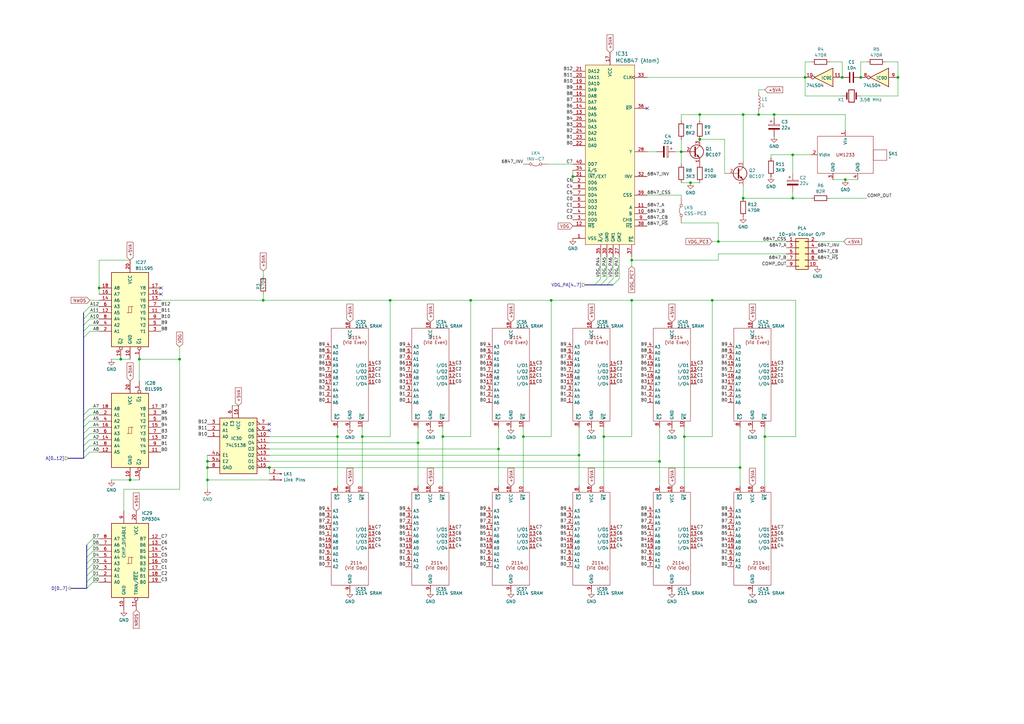
<source format=kicad_sch>
(kicad_sch (version 20231120) (generator "eeschema") (generator_version "8.0")
  (paper "A3")
  (junction (at 247.65 179.07))
  (junction (at 107.95 123.19))
  (junction (at 57.15 147.32))
  (junction (at 226.06 123.19))
  (junction (at 270.51 189.23))
  (junction (at 304.8 81.28))
  (junction (at 345.44 31.75))
  (junction (at 280.67 179.07))
  (junction (at 234.95 72.39))
  (junction (at 259.08 106.68))
  (junction (at 287.02 57.15))
  (junction (at 304.8 46.99))
  (junction (at 171.45 181.61))
  (junction (at 110.49 191.77))
  (junction (at 237.49 186.69))
  (junction (at 73.66 147.32))
  (junction (at 160.02 123.19))
  (junction (at 330.2 31.75))
  (junction (at 214.63 179.07))
  (junction (at 138.43 179.07))
  (junction (at 193.04 123.19))
  (junction (at 353.06 31.75))
  (junction (at 204.47 184.15))
  (junction (at 279.4 62.23))
  (junction (at 317.5 46.99))
  (junction (at 40.64 118.11))
  (junction (at 53.34 196.85))
  (junction (at 283.21 74.93))
  (junction (at 311.15 46.99))
  (junction (at 294.64 99.06))
  (junction (at 259.08 123.19))
  (junction (at 85.09 196.85))
  (junction (at 325.12 81.28))
  (junction (at 287.02 46.99))
  (junction (at 292.1 123.19))
  (junction (at 325.12 63.5))
  (junction (at 181.61 179.07))
  (junction (at 303.53 191.77))
  (junction (at 368.3 31.75))
  (junction (at 148.59 179.07))
  (junction (at 85.09 189.23))
  (junction (at 85.09 191.77))
  (junction (at 49.53 147.32))
  (junction (at 346.71 73.66))
  (junction (at 313.69 179.07))
  (no_connect (at 110.49 173.99))
  (no_connect (at 110.49 176.53))
  (no_connect (at 66.04 120.65))
  (no_connect (at 66.04 118.11))
  (no_connect (at 265.43 44.45))
  (bus_entry (at 34.29 130.81) (size 2.54 -2.54))
  (bus_entry (at 34.29 128.27) (size 2.54 -2.54))
  (bus_entry (at 34.29 172.72) (size 2.54 -2.54))
  (bus_entry (at 34.29 185.42) (size 2.54 -2.54))
  (bus_entry (at 34.29 187.96) (size 2.54 -2.54))
  (bus_entry (at 34.29 135.89) (size 2.54 -2.54))
  (bus_entry (at 35.56 228.6) (size 2.54 -2.54))
  (bus_entry (at 34.29 133.35) (size 2.54 -2.54))
  (bus_entry (at 248.92 116.84) (size 2.54 -2.54))
  (bus_entry (at 246.38 116.84) (size 2.54 -2.54))
  (bus_entry (at 34.29 170.18) (size 2.54 -2.54))
  (bus_entry (at 35.56 236.22) (size 2.54 -2.54))
  (bus_entry (at 34.29 175.26) (size 2.54 -2.54))
  (bus_entry (at 35.56 241.3) (size 2.54 -2.54))
  (bus_entry (at 35.56 238.76) (size 2.54 -2.54))
  (bus_entry (at 35.56 231.14) (size 2.54 -2.54))
  (bus_entry (at 34.29 180.34) (size 2.54 -2.54))
  (bus_entry (at 34.29 138.43) (size 2.54 -2.54))
  (bus_entry (at 243.84 116.84) (size 2.54 -2.54))
  (bus_entry (at 35.56 223.52) (size 2.54 -2.54))
  (bus_entry (at 35.56 233.68) (size 2.54 -2.54))
  (bus_entry (at 35.56 226.06) (size 2.54 -2.54))
  (bus_entry (at 251.46 116.84) (size 2.54 -2.54))
  (bus_entry (at 34.29 177.8) (size 2.54 -2.54))
  (bus_entry (at 34.29 182.88) (size 2.54 -2.54))
  (wire (pts (xy 110.49 184.15) (xy 204.47 184.15)))
  (wire (pts (xy 368.3 39.37) (xy 353.06 39.37)))
  (wire (pts (xy 36.83 128.27) (xy 40.64 128.27)))
  (wire (pts (xy 279.4 91.44) (xy 294.64 91.44)))
  (bus (pts (xy 34.29 130.81) (xy 34.29 133.35)))
  (wire (pts (xy 304.8 76.2) (xy 304.8 81.28)))
  (wire (pts (xy 368.3 31.75) (xy 368.3 39.37)))
  (wire (pts (xy 85.09 186.69) (xy 85.09 189.23)))
  (wire (pts (xy 270.51 189.23) (xy 270.51 199.39)))
  (wire (pts (xy 49.53 147.32) (xy 53.34 147.32)))
  (wire (pts (xy 36.83 170.18) (xy 40.64 170.18)))
  (wire (pts (xy 259.08 179.07) (xy 259.08 123.19)))
  (wire (pts (xy 110.49 179.07) (xy 138.43 179.07)))
  (wire (pts (xy 237.49 175.26) (xy 237.49 186.69)))
  (wire (pts (xy 160.02 123.19) (xy 160.02 179.07)))
  (wire (pts (xy 363.22 25.4) (xy 368.3 25.4)))
  (wire (pts (xy 313.69 175.26) (xy 313.69 179.07)))
  (wire (pts (xy 368.3 25.4) (xy 368.3 31.75)))
  (wire (pts (xy 247.65 175.26) (xy 247.65 179.07)))
  (wire (pts (xy 279.4 46.99) (xy 287.02 46.99)))
  (wire (pts (xy 345.44 25.4) (xy 345.44 31.75)))
  (wire (pts (xy 259.08 123.19) (xy 292.1 123.19)))
  (bus (pts (xy 34.29 182.88) (xy 34.29 185.42)))
  (wire (pts (xy 304.8 46.99) (xy 311.15 46.99)))
  (wire (pts (xy 287.02 46.99) (xy 287.02 49.53)))
  (bus (pts (xy 34.29 133.35) (xy 34.29 135.89)))
  (wire (pts (xy 313.69 179.07) (xy 313.69 199.39)))
  (wire (pts (xy 160.02 123.19) (xy 193.04 123.19)))
  (wire (pts (xy 341.63 73.66) (xy 346.71 73.66)))
  (wire (pts (xy 36.83 175.26) (xy 40.64 175.26)))
  (wire (pts (xy 279.4 80.01) (xy 265.43 80.01)))
  (wire (pts (xy 259.08 106.68) (xy 294.64 106.68)))
  (bus (pts (xy 29.21 241.3) (xy 35.56 241.3)))
  (wire (pts (xy 36.83 130.81) (xy 40.64 130.81)))
  (wire (pts (xy 311.15 45.72) (xy 311.15 46.99)))
  (wire (pts (xy 36.83 172.72) (xy 40.64 172.72)))
  (wire (pts (xy 36.83 133.35) (xy 40.64 133.35)))
  (wire (pts (xy 36.83 135.89) (xy 40.64 135.89)))
  (wire (pts (xy 280.67 175.26) (xy 280.67 179.07)))
  (wire (pts (xy 316.23 63.5) (xy 325.12 63.5)))
  (wire (pts (xy 325.12 81.28) (xy 332.74 81.28)))
  (wire (pts (xy 57.15 147.32) (xy 57.15 156.21)))
  (bus (pts (xy 34.29 175.26) (xy 34.29 177.8)))
  (wire (pts (xy 226.06 123.19) (xy 226.06 179.07)))
  (wire (pts (xy 259.08 105.41) (xy 259.08 106.68)))
  (wire (pts (xy 53.34 106.68) (xy 40.64 106.68)))
  (wire (pts (xy 38.1 228.6) (xy 40.64 228.6)))
  (wire (pts (xy 50.8 200.66) (xy 73.66 200.66)))
  (bus (pts (xy 34.29 180.34) (xy 34.29 182.88)))
  (wire (pts (xy 38.1 226.06) (xy 40.64 226.06)))
  (wire (pts (xy 38.1 220.98) (xy 40.64 220.98)))
  (wire (pts (xy 279.4 57.15) (xy 279.4 62.23)))
  (bus (pts (xy 34.29 185.42) (xy 34.29 187.96)))
  (wire (pts (xy 110.49 181.61) (xy 171.45 181.61)))
  (wire (pts (xy 234.95 69.85) (xy 234.95 72.39)))
  (wire (pts (xy 214.63 175.26) (xy 214.63 179.07)))
  (wire (pts (xy 346.075 99.06) (xy 335.28 99.06)))
  (wire (pts (xy 148.59 179.07) (xy 160.02 179.07)))
  (wire (pts (xy 36.83 125.73) (xy 40.64 125.73)))
  (bus (pts (xy 34.29 177.8) (xy 34.29 180.34)))
  (wire (pts (xy 36.83 185.42) (xy 40.64 185.42)))
  (wire (pts (xy 36.83 123.19) (xy 40.64 123.19)))
  (wire (pts (xy 107.95 123.19) (xy 160.02 123.19)))
  (wire (pts (xy 325.12 63.5) (xy 332.74 63.5)))
  (bus (pts (xy 243.84 116.84) (xy 246.38 116.84)))
  (wire (pts (xy 110.49 189.23) (xy 270.51 189.23)))
  (bus (pts (xy 246.38 116.84) (xy 248.92 116.84)))
  (wire (pts (xy 204.47 184.15) (xy 204.47 199.39)))
  (wire (pts (xy 193.04 179.07) (xy 181.61 179.07)))
  (wire (pts (xy 181.61 179.07) (xy 181.61 199.39)))
  (bus (pts (xy 35.56 233.68) (xy 35.56 236.22)))
  (wire (pts (xy 304.8 81.28) (xy 325.12 81.28)))
  (wire (pts (xy 325.12 63.5) (xy 325.12 71.12)))
  (wire (pts (xy 214.63 179.07) (xy 214.63 199.39)))
  (wire (pts (xy 138.43 175.26) (xy 138.43 179.07)))
  (bus (pts (xy 240.03 116.84) (xy 243.84 116.84)))
  (bus (pts (xy 34.29 138.43) (xy 34.29 170.18)))
  (wire (pts (xy 340.36 25.4) (xy 345.44 25.4)))
  (bus (pts (xy 35.56 231.14) (xy 35.56 233.68)))
  (bus (pts (xy 34.29 172.72) (xy 34.29 175.26)))
  (wire (pts (xy 95.25 166.37) (xy 97.79 166.37)))
  (wire (pts (xy 248.92 105.41) (xy 248.92 114.3)))
  (wire (pts (xy 226.06 179.07) (xy 214.63 179.07)))
  (wire (pts (xy 36.83 177.8) (xy 40.64 177.8)))
  (wire (pts (xy 36.83 167.64) (xy 40.64 167.64)))
  (bus (pts (xy 35.56 226.06) (xy 35.56 228.6)))
  (wire (pts (xy 110.49 191.77) (xy 110.49 194.31)))
  (wire (pts (xy 265.43 31.75) (xy 330.2 31.75)))
  (bus (pts (xy 27.94 187.96) (xy 34.29 187.96)))
  (wire (pts (xy 110.49 191.77) (xy 303.53 191.77)))
  (wire (pts (xy 279.4 49.53) (xy 279.4 46.99)))
  (wire (pts (xy 45.72 196.85) (xy 53.34 196.85)))
  (wire (pts (xy 66.04 123.19) (xy 107.95 123.19)))
  (wire (pts (xy 107.95 111.125) (xy 107.95 113.03)))
  (bus (pts (xy 34.29 128.27) (xy 34.29 130.81)))
  (wire (pts (xy 85.09 196.85) (xy 85.09 200.66)))
  (wire (pts (xy 38.1 236.22) (xy 40.64 236.22)))
  (wire (pts (xy 330.2 25.4) (xy 330.2 31.75)))
  (wire (pts (xy 254 105.41) (xy 254 114.3)))
  (bus (pts (xy 248.92 116.84) (xy 251.46 116.84)))
  (wire (pts (xy 326.39 179.07) (xy 313.69 179.07)))
  (wire (pts (xy 326.39 123.19) (xy 326.39 179.07)))
  (wire (pts (xy 234.95 72.39) (xy 234.95 74.93)))
  (bus (pts (xy 35.56 236.22) (xy 35.56 238.76)))
  (wire (pts (xy 193.04 123.19) (xy 226.06 123.19)))
  (bus (pts (xy 34.29 135.89) (xy 34.29 138.43)))
  (wire (pts (xy 355.6 25.4) (xy 353.06 25.4)))
  (wire (pts (xy 40.64 118.11) (xy 40.64 120.65)))
  (wire (pts (xy 346.71 73.66) (xy 351.79 73.66)))
  (wire (pts (xy 303.53 191.77) (xy 303.53 199.39)))
  (wire (pts (xy 270.51 175.26) (xy 270.51 189.23)))
  (wire (pts (xy 280.67 179.07) (xy 280.67 199.39)))
  (wire (pts (xy 332.74 25.4) (xy 330.2 25.4)))
  (wire (pts (xy 292.1 123.19) (xy 292.1 179.07)))
  (wire (pts (xy 53.34 196.85) (xy 57.15 196.85)))
  (wire (pts (xy 292.1 179.07) (xy 280.67 179.07)))
  (wire (pts (xy 50.8 209.55) (xy 50.8 200.66)))
  (wire (pts (xy 110.49 186.69) (xy 237.49 186.69)))
  (wire (pts (xy 304.8 46.99) (xy 304.8 66.04)))
  (wire (pts (xy 73.66 200.66) (xy 73.66 147.32)))
  (wire (pts (xy 283.21 74.93) (xy 287.02 74.93)))
  (wire (pts (xy 85.09 189.23) (xy 85.09 191.77)))
  (bus (pts (xy 35.56 223.52) (xy 35.56 226.06)))
  (wire (pts (xy 292.1 123.19) (xy 326.39 123.19)))
  (wire (pts (xy 287.02 57.15) (xy 297.18 57.15)))
  (wire (pts (xy 247.65 179.07) (xy 259.08 179.07)))
  (wire (pts (xy 38.1 231.14) (xy 40.64 231.14)))
  (wire (pts (xy 311.15 36.83) (xy 313.69 36.83)))
  (wire (pts (xy 265.43 62.23) (xy 269.24 62.23)))
  (wire (pts (xy 287.02 46.99) (xy 304.8 46.99)))
  (wire (pts (xy 294.64 104.14) (xy 322.58 104.14)))
  (wire (pts (xy 292.1 99.06) (xy 294.64 99.06)))
  (wire (pts (xy 171.45 175.26) (xy 171.45 181.61)))
  (wire (pts (xy 279.4 62.23) (xy 279.4 67.31)))
  (wire (pts (xy 107.95 120.65) (xy 107.95 123.19)))
  (wire (pts (xy 340.36 81.28) (xy 355.6 81.28)))
  (wire (pts (xy 204.47 175.26) (xy 204.47 184.15)))
  (wire (pts (xy 276.86 62.23) (xy 279.4 62.23)))
  (wire (pts (xy 246.38 105.41) (xy 246.38 114.3)))
  (wire (pts (xy 259.08 106.68) (xy 259.08 109.22)))
  (wire (pts (xy 330.2 39.37) (xy 345.44 39.37)))
  (wire (pts (xy 317.5 46.99) (xy 346.71 46.99)))
  (wire (pts (xy 247.65 179.07) (xy 247.65 199.39)))
  (wire (pts (xy 36.83 180.34) (xy 40.64 180.34)))
  (wire (pts (xy 85.09 196.85) (xy 110.49 196.85)))
  (wire (pts (xy 138.43 179.07) (xy 138.43 199.39)))
  (wire (pts (xy 45.72 147.32) (xy 49.53 147.32)))
  (wire (pts (xy 317.5 46.99) (xy 317.5 48.26)))
  (wire (pts (xy 294.64 106.68) (xy 294.64 104.14)))
  (wire (pts (xy 85.09 191.77) (xy 85.09 196.85)))
  (wire (pts (xy 148.59 179.07) (xy 148.59 199.39)))
  (wire (pts (xy 251.46 105.41) (xy 251.46 114.3)))
  (wire (pts (xy 193.04 123.19) (xy 193.04 179.07)))
  (wire (pts (xy 38.1 238.76) (xy 40.64 238.76)))
  (wire (pts (xy 294.64 99.06) (xy 322.58 99.06)))
  (wire (pts (xy 325.12 78.74) (xy 325.12 81.28)))
  (wire (pts (xy 171.45 181.61) (xy 171.45 199.39)))
  (wire (pts (xy 346.71 46.99) (xy 346.71 53.34)))
  (wire (pts (xy 279.4 74.93) (xy 283.21 74.93)))
  (wire (pts (xy 279.4 81.28) (xy 279.4 80.01)))
  (wire (pts (xy 303.53 175.26) (xy 303.53 191.77)))
  (wire (pts (xy 330.2 31.75) (xy 330.2 39.37)))
  (wire (pts (xy 237.49 186.69) (xy 237.49 199.39)))
  (wire (pts (xy 294.64 91.44) (xy 294.64 99.06)))
  (wire (pts (xy 224.79 67.31) (xy 234.95 67.31)))
  (wire (pts (xy 38.1 223.52) (xy 40.64 223.52)))
  (wire (pts (xy 40.64 106.68) (xy 40.64 118.11)))
  (wire (pts (xy 73.66 147.32) (xy 57.15 147.32)))
  (wire (pts (xy 311.15 36.83) (xy 311.15 38.1)))
  (wire (pts (xy 353.06 25.4) (xy 353.06 31.75)))
  (bus (pts (xy 35.56 228.6) (xy 35.56 231.14)))
  (wire (pts (xy 181.61 175.26) (xy 181.61 179.07)))
  (wire (pts (xy 148.59 175.26) (xy 148.59 179.07)))
  (bus (pts (xy 35.56 238.76) (xy 35.56 241.3)))
  (wire (pts (xy 297.18 57.15) (xy 297.18 71.12)))
  (wire (pts (xy 259.08 123.19) (xy 226.06 123.19)))
  (wire (pts (xy 73.66 142.24) (xy 73.66 147.32)))
  (wire (pts (xy 36.83 182.88) (xy 40.64 182.88)))
  (bus (pts (xy 34.29 170.18) (xy 34.29 172.72)))
  (wire (pts (xy 38.1 233.68) (xy 40.64 233.68)))
  (wire (pts (xy 311.15 46.99) (xy 317.5 46.99)))
  (wire (pts (xy 316.23 64.77) (xy 316.23 63.5)))
  (label "B3" (at 166.37 157.48 180))
  (label "6847_INV" (at 335.28 101.6 0))
  (label "C1" (at 234.95 85.09 180))
  (label "B7" (at 66.04 167.64 0))
  (label "B3" (at 298.45 157.48 180))
  (label "6847_~{HS}" (at 335.28 106.68 0))
  (label "B1" (at 298.45 229.87 180))
  (label "D1" (at 40.64 236.22 180))
  (label "B7" (at 298.45 214.63 180))
  (label "6847_A" (at 265.43 85.09 0))
  (label "B1" (at 133.35 229.87 180))
  (label "C6" (at 66.04 223.52 0))
  (label "B6" (at 298.45 217.17 180))
  (label "B7" (at 166.37 214.63 180))
  (label "B6" (at 232.41 149.86 180))
  (label "B0" (at 133.35 232.41 180))
  (label "B4" (at 298.45 222.25 180))
  (label "A8" (at 40.64 135.89 180))
  (label "B3" (at 199.39 224.79 180))
  (label "C6" (at 153.67 219.71 0))
  (label "B8" (at 66.04 135.89 0))
  (label "C0" (at 234.95 82.55 180))
  (label "B7" (at 265.43 147.32 180))
  (label "B4" (at 234.95 49.53 180))
  (label "B2" (at 133.35 227.33 180))
  (label "B2" (at 234.95 54.61 180))
  (label "6847_CB" (at 265.43 90.17 0))
  (label "C2" (at 66.04 236.22 0))
  (label "B9" (at 265.43 209.55 180))
  (label "A3" (at 40.64 177.8 180))
  (label "B2" (at 298.45 160.02 180))
  (label "B1" (at 265.43 162.56 180))
  (label "B6" (at 66.04 170.18 0))
  (label "B7" (at 166.37 147.32 180))
  (label "C5" (at 153.67 222.25 0))
  (label "B1" (at 66.04 182.88 0))
  (label "C6" (at 318.77 219.71 0))
  (label "B8" (at 133.35 144.78 180))
  (label "B2" (at 232.41 227.33 180))
  (label "B5" (at 298.45 152.4 180))
  (label "6847_INV" (at 265.43 72.39 0))
  (label "VDG_PA6" (at 251.46 105.41 270))
  (label "C1" (at 318.77 154.94 0))
  (label "B7" (at 234.95 41.91 180))
  (label "B0" (at 232.41 165.1 180))
  (label "C1" (at 285.75 154.94 0))
  (label "C3" (at 285.75 149.86 0))
  (label "C3" (at 234.95 90.17 180))
  (label "C4" (at 186.69 224.79 0))
  (label "B1" (at 199.39 162.56 180))
  (label "B11" (at 66.04 128.27 0))
  (label "C6" (at 219.71 219.71 0))
  (label "B6" (at 199.39 149.86 180))
  (label "B2" (at 166.37 227.33 180))
  (label "C4" (at 66.04 226.06 0))
  (label "D4" (at 40.64 228.6 180))
  (label "B5" (at 166.37 219.71 180))
  (label "C0" (at 285.75 157.48 0))
  (label "B2" (at 265.43 160.02 180))
  (label "B9" (at 166.37 209.55 180))
  (label "C7" (at 186.69 217.17 0))
  (label "B3" (at 166.37 224.79 180))
  (label "B1" (at 166.37 229.87 180))
  (label "B11" (at 234.95 31.75 180))
  (label "D7" (at 40.64 220.98 180))
  (label "C1" (at 219.71 154.94 0))
  (label "B2" (at 199.39 160.02 180))
  (label "B2" (at 199.39 227.33 180))
  (label "B9" (at 199.39 142.24 180))
  (label "B4" (at 265.43 222.25 180))
  (label "C2" (at 285.75 152.4 0))
  (label "6847_INV" (at 214.63 67.31 180))
  (label "B10" (at 85.09 179.07 180))
  (label "B5" (at 232.41 152.4 180))
  (label "B9" (at 298.45 142.24 180))
  (label "A7" (at 40.64 167.64 180))
  (label "C4" (at 285.75 224.79 0))
  (label "B5" (at 265.43 219.71 180))
  (label "B3" (at 265.43 224.79 180))
  (label "B4" (at 166.37 154.94 180))
  (label "B4" (at 199.39 154.94 180))
  (label "B5" (at 133.35 152.4 180))
  (label "B2" (at 265.43 227.33 180))
  (label "B9" (at 232.41 142.24 180))
  (label "C5" (at 66.04 228.6 0))
  (label "B4" (at 133.35 222.25 180))
  (label "B1" (at 232.41 162.56 180))
  (label "C5" (at 318.77 222.25 0))
  (label "B1" (at 232.41 229.87 180))
  (label "B8" (at 199.39 144.78 180))
  (label "D6" (at 40.64 223.52 180))
  (label "B6" (at 298.45 149.86 180))
  (label "B6" (at 133.35 217.17 180))
  (label "B1" (at 234.95 57.15 180))
  (label "B6" (at 265.43 149.86 180))
  (label "C4" (at 153.67 224.79 0))
  (label "C7" (at 234.95 67.31 180))
  (label "B8" (at 166.37 212.09 180))
  (label "B7" (at 133.35 214.63 180))
  (label "B9" (at 66.04 133.35 0))
  (label "B5" (at 66.04 172.72 0))
  (label "B4" (at 232.41 154.94 180))
  (label "B7" (at 232.41 147.32 180))
  (label "C4" (at 252.73 224.79 0))
  (label "C5" (at 285.75 222.25 0))
  (label "C4" (at 318.77 224.79 0))
  (label "B10" (at 66.04 130.81 0))
  (label "C6" (at 234.95 74.93 180))
  (label "C0" (at 186.69 157.48 0))
  (label "B5" (at 133.35 219.71 180))
  (label "B0" (at 298.45 165.1 180))
  (label "D3" (at 40.64 231.14 180))
  (label "B0" (at 166.37 165.1 180))
  (label "C2" (at 252.73 152.4 0))
  (label "B3" (at 199.39 157.48 180))
  (label "6847_B" (at 322.58 106.68 180))
  (label "C3" (at 219.71 149.86 0))
  (label "B3" (at 265.43 157.48 180))
  (label "A4" (at 40.64 175.26 180))
  (label "B3" (at 232.41 157.48 180))
  (label "B12" (at 66.04 125.73 0))
  (label "C6" (at 285.75 219.71 0))
  (label "B10" (at 234.95 34.29 180))
  (label "B8" (at 298.45 144.78 180))
  (label "B1" (at 133.35 162.56 180))
  (label "B3" (at 133.35 157.48 180))
  (label "B4" (at 199.39 222.25 180))
  (label "C5" (at 252.73 222.25 0))
  (label "C0" (at 318.77 157.48 0))
  (label "C2" (at 153.67 152.4 0))
  (label "B2" (at 232.41 160.02 180))
  (label "B0" (at 265.43 165.1 180))
  (label "B5" (at 298.45 219.71 180))
  (label "B8" (at 265.43 212.09 180))
  (label "B5" (at 232.41 219.71 180))
  (label "B0" (at 234.95 59.69 180))
  (label "C1" (at 66.04 233.68 0))
  (label "B4" (at 133.35 154.94 180))
  (label "VDG_PA7" (at 254 105.41 270))
  (label "VDG_PA5" (at 248.92 105.41 270))
  (label "B12" (at 85.09 173.99 180))
  (label "B5" (at 234.95 46.99 180))
  (label "B11" (at 85.09 176.53 180))
  (label "B0" (at 199.39 232.41 180))
  (label "6847_~{HS}" (at 265.43 92.71 0))
  (label "B12" (at 234.95 29.21 180))
  (label "B0" (at 265.43 232.41 180))
  (label "B2" (at 298.45 227.33 180))
  (label "B6" (at 234.95 44.45 180))
  (label "B4" (at 66.04 175.26 0))
  (label "B8" (at 298.45 212.09 180))
  (label "A6" (at 40.64 170.18 180))
  (label "C2" (at 186.69 152.4 0))
  (label "B3" (at 133.35 224.79 180))
  (label "6847_CB" (at 335.28 104.14 0))
  (label "COMP_OUT" (at 322.58 109.22 180))
  (label "B8" (at 199.39 212.09 180))
  (label "6847_CSS" (at 265.43 80.01 0))
  (label "B2" (at 133.35 160.02 180))
  (label "C3" (at 66.04 238.76 0))
  (label "C4" (at 234.95 77.47 180))
  (label "A9" (at 40.64 133.35 180))
  (label "6847_CSS" (at 322.58 99.06 180))
  (label "B9" (at 133.35 209.55 180))
  (label "B1" (at 265.43 229.87 180))
  (label "D5" (at 40.64 226.06 180))
  (label "D2" (at 40.64 233.68 180))
  (label "C0" (at 153.67 157.48 0))
  (label "A12" (at 40.64 125.73 180))
  (label "B0" (at 199.39 165.1 180))
  (label "B6" (at 166.37 217.17 180))
  (label "VDG_PA4" (at 246.38 105.41 270))
  (label "C5" (at 234.95 80.01 180))
  (label "B0" (at 298.45 232.41 180))
  (label "6847_A" (at 322.58 101.6 180))
  (label "C1" (at 252.73 154.94 0))
  (label "B3" (at 232.41 224.79 180))
  (label "COMP_OUT" (at 355.6 81.28 0))
  (label "B4" (at 166.37 222.25 180))
  (label "B7" (at 232.41 214.63 180))
  (label "B0" (at 66.04 185.42 0))
  (label "B9" (at 133.35 142.24 180))
  (label "C0" (at 219.71 157.48 0))
  (label "B5" (at 199.39 219.71 180))
  (label "C0" (at 252.73 157.48 0))
  (label "B0" (at 133.35 165.1 180))
  (label "B1" (at 298.45 162.56 180))
  (label "C7" (at 318.77 217.17 0))
  (label "B6" (at 232.41 217.17 180))
  (label "B9" (at 199.39 209.55 180))
  (label "C6" (at 186.69 219.71 0))
  (label "C0" (at 66.04 231.14 0))
  (label "B4" (at 265.43 154.94 180))
  (label "B7" (at 133.35 147.32 180))
  (label "A11" (at 40.64 128.27 180))
  (label "B8" (at 232.41 144.78 180))
  (label "C1" (at 153.67 154.94 0))
  (label "C3" (at 252.73 149.86 0))
  (label "C6" (at 252.73 219.71 0))
  (label "B8" (at 232.41 212.09 180))
  (label "A1" (at 40.64 182.88 180))
  (label "B6" (at 133.35 149.86 180))
  (label "B6" (at 166.37 149.86 180))
  (label "B8" (at 265.43 144.78 180))
  (label "B8" (at 166.37 144.78 180))
  (label "C2" (at 318.77 152.4 0))
  (label "B0" (at 232.41 232.41 180))
  (label "C3" (at 153.67 149.86 0))
  (label "C7" (at 219.71 217.17 0))
  (label "B8" (at 133.35 212.09 180))
  (label "B4" (at 232.41 222.25 180))
  (label "B2" (at 66.04 180.34 0))
  (label "B3" (at 298.45 224.79 180))
  (label "B9" (at 234.95 36.83 180))
  (label "B3" (at 66.04 177.8 0))
  (label "B5" (at 166.37 152.4 180))
  (label "B5" (at 265.43 152.4 180))
  (label "C5" (at 219.71 222.25 0))
  (label "B5" (at 199.39 152.4 180))
  (label "B9" (at 166.37 142.24 180))
  (label "B7" (at 298.45 147.32 180))
  (label "B6" (at 199.39 217.17 180))
  (label "B9" (at 265.43 142.24 180))
  (label "B0" (at 166.37 232.41 180))
  (label "C2" (at 234.95 87.63 180))
  (label "C7" (at 252.73 217.17 0))
  (label "B7" (at 265.43 214.63 180))
  (label "C3" (at 318.77 149.86 0))
  (label "6847_B" (at 265.43 87.63 0))
  (label "A0" (at 40.64 185.42 180))
  (label "B9" (at 298.45 209.55 180))
  (label "A10" (at 40.64 130.81 180))
  (label "C5" (at 186.69 222.25 0))
  (label "B1" (at 166.37 162.56 180))
  (label "C7" (at 285.75 217.17 0))
  (label "B1" (at 199.39 229.87 180))
  (label "A5" (at 40.64 172.72 180))
  (label "C2" (at 219.71 152.4 0))
  (label "C7" (at 153.67 217.17 0))
  (label "C7" (at 66.04 220.98 0))
  (label "B7" (at 199.39 147.32 180))
  (label "B9" (at 232.41 209.55 180))
  (label "B8" (at 234.95 39.37 180))
  (label "B4" (at 298.45 154.94 180))
  (label "C1" (at 186.69 154.94 0))
  (label "B2" (at 166.37 160.02 180))
  (label "B6" (at 265.43 217.17 180))
  (label "B3" (at 234.95 52.07 180))
  (label "D0" (at 40.64 238.76 180))
  (label "C3" (at 186.69 149.86 0))
  (label "C4" (at 219.71 224.79 0))
  (label "B7" (at 199.39 214.63 180))
  (label "A2" (at 40.64 180.34 180))
  (global_label "+5VA" (shape input) (at 308.61 132.08 90) (property "Intersheetrefs" "${INTERSHEET_REFS}" (effects (hide yes))))
  (global_label "VDG_PC7" (shape input) (at 259.08 109.22 270) (property "Intersheetrefs" "${INTERSHEET_REFS}" (effects (hide yes))))
  (global_label "+5VA" (shape input) (at 107.95 111.125 90) (property "Intersheetrefs" "${INTERSHEET_REFS}" (effects (hide yes))))
  (global_label "+5VA" (shape input) (at 53.34 156.21 90) (property "Intersheetrefs" "${INTERSHEET_REFS}" (effects (hide yes))))
  (global_label "+5VA" (shape input) (at 143.51 132.08 90) (property "Intersheetrefs" "${INTERSHEET_REFS}" (effects (hide yes))))
  (global_label "+5VA" (shape input) (at 176.53 132.08 90) (property "Intersheetrefs" "${INTERSHEET_REFS}" (effects (hide yes))))
  (global_label "NWDS" (shape input) (at 36.83 123.19 180) (property "Intersheetrefs" "${INTERSHEET_REFS}" (effects (hide yes))))
  (global_label "+5VA" (shape input) (at 242.57 199.39 90) (property "Intersheetrefs" "${INTERSHEET_REFS}" (effects (hide yes))))
  (global_label "+5VA" (shape input) (at 209.55 132.08 90) (property "Intersheetrefs" "${INTERSHEET_REFS}" (effects (hide yes))))
  (global_label "+5VA" (shape input) (at 143.51 199.39 90) (property "Intersheetrefs" "${INTERSHEET_REFS}" (effects (hide yes))))
  (global_label "+5VA" (shape input) (at 250.19 21.59 90) (property "Intersheetrefs" "${INTERSHEET_REFS}" (effects (hide yes))))
  (global_label "+5VA" (shape input) (at 275.59 199.39 90) (property "Intersheetrefs" "${INTERSHEET_REFS}" (effects (hide yes))))
  (global_label "VDG" (shape input) (at 73.66 142.24 90) (property "Intersheetrefs" "${INTERSHEET_REFS}" (effects (hide yes))))
  (global_label "+5VA" (shape input) (at 209.55 199.39 90) (property "Intersheetrefs" "${INTERSHEET_REFS}" (effects (hide yes))))
  (global_label "+5VA" (shape input) (at 97.79 166.37 90) (property "Intersheetrefs" "${INTERSHEET_REFS}" (effects (hide yes))))
  (global_label "VDG" (shape input) (at 234.95 92.71 180) (property "Intersheetrefs" "${INTERSHEET_REFS}" (effects (hide yes))))
  (global_label "+5VA" (shape input) (at 308.61 199.39 90) (property "Intersheetrefs" "${INTERSHEET_REFS}" (effects (hide yes))))
  (global_label "+5VA" (shape input) (at 313.69 36.83 0) (property "Intersheetrefs" "${INTERSHEET_REFS}" (effects (hide yes))))
  (global_label "+5VA" (shape input) (at 53.34 106.68 90) (property "Intersheetrefs" "${INTERSHEET_REFS}" (effects (hide yes))))
  (global_label "VDG_PC3" (shape input) (at 292.1 99.06 180) (property "Intersheetrefs" "${INTERSHEET_REFS}" (effects (hide yes))))
  (global_label "+5VA" (shape input) (at 242.57 132.08 90) (property "Intersheetrefs" "${INTERSHEET_REFS}" (effects (hide yes))))
  (global_label "+5VA" (shape input) (at 176.53 199.39 90) (property "Intersheetrefs" "${INTERSHEET_REFS}" (effects (hide yes))))
  (global_label "+5VA" (shape input) (at 55.88 209.55 90) (property "Intersheetrefs" "${INTERSHEET_REFS}" (effects (hide yes))))
  (global_label "NRDS" (shape input) (at 55.88 250.19 270) (property "Intersheetrefs" "${INTERSHEET_REFS}" (effects (hide yes))))
  (global_label "+5VA" (shape input) (at 346.075 99.06 0) (property "Intersheetrefs" "${INTERSHEET_REFS}" (effects (hide yes))))
  (global_label "+5VA" (shape input) (at 275.59 132.08 90) (property "Intersheetrefs" "${INTERSHEET_REFS}" (effects (hide yes))))
  (hierarchical_label "A[0..12]" (shape input) (at 27.94 187.96 180))
  (hierarchical_label "D[0..7]" (shape bidirectional) (at 29.21 241.3 180))
  (hierarchical_label "VDG_PA[4..7]" (shape input) (at 240.03 116.84 180))
  (symbol (lib_id "Connector_Generic:Conn_02x05_Odd_Even") (at 327.66 104.14 0) (unit 1)
    (property "Reference" "PL4" (at 328.93 93.6455 0))
    (property "Value" "10-pin Colour O/P" (at 328.93 96.0698 0))
    (property "Footprint" "Connector_PinHeader_2.54mm:PinHeader_2x05_P2.54mm_Vertical" (effects (hide yes)))
    (property "Description" "Generic connector, double row, 02x05, odd/even pin numbering scheme (row 1 odd numbers, row 2 even numbers), script generated (kicad-library-utils/schlib/autogen/connector/)" (effects (hide yes)))
  )
  (symbol (lib_id "John Atom Components:2114 (Video Even)") (at 275.59 153.67 0) (unit 1)
    (property "Reference" "IC40" (at 277.7841 132.0885 0) (effects (justify left)))
    (property "Value" "2114 SRAM" (at 277.7841 133.7699 0) (effects (justify left)))
    (property "Footprint" "JW Footprints:DIP-18_W7.62mm_InnerMarking" (effects (hide yes)))
    (property "Datasheet" "https://hardware.speccy.org/datasheet/2114.pdf" (effects (hide yes)))
  )
  (symbol (lib_id "power:GND") (at 85.09 200.66 0) (unit 1)
    (property "Reference" "#PWR029" (effects (hide yes)))
    (property "Value" "GND" (at 85.09 204.7931 0))
    (property "Description" "Power symbol creates a global label with name \"GND\" , ground" (effects (hide yes)))
  )
  (symbol (lib_id "power:GND") (at 335.28 109.22 0) (unit 1)
    (property "Reference" "#PWR01" (effects (hide yes)))
    (property "Value" "GND" (at 335.28 113.3531 0))
    (property "Description" "Power symbol creates a global label with name \"GND\" , ground" (effects (hide yes)))
  )
  (symbol (lib_id "power:GND") (at 242.57 175.26 0) (unit 1)
    (property "Reference" "#PWR017" (effects (hide yes)))
    (property "Value" "GND" (at 242.57 179.3931 0))
    (property "Description" "Power symbol creates a global label with name \"GND\" , ground" (effects (hide yes)))
  )
  (symbol (lib_id "power:GND") (at 143.51 242.57 0) (unit 1)
    (property "Reference" "#PWR021" (effects (hide yes)))
    (property "Value" "GND" (at 143.51 246.7031 0))
    (property "Description" "Power symbol creates a global label with name \"GND\" , ground" (effects (hide yes)))
  )
  (symbol (lib_id "John Atom Components:2114_(Video_Odd)") (at 143.51 220.98 0) (unit 1)
    (property "Reference" "IC33" (at 145.7041 241.6231 0) (effects (justify left)))
    (property "Value" "2114 SRAM" (at 145.7041 243.3045 0) (effects (justify left)))
    (property "Footprint" "JW Footprints:DIP-18_W7.62mm_InnerMarking" (effects (hide yes)))
    (property "Datasheet" "https://hardware.speccy.org/datasheet/2114.pdf" (effects (hide yes)))
  )
  (symbol (lib_id "power:GND") (at 316.23 72.39 0) (unit 1)
    (property "Reference" "#PWR042" (effects (hide yes)))
    (property "Value" "GND" (at 316.23 76.5231 0))
    (property "Description" "Power symbol creates a global label with name \"GND\" , ground" (effects (hide yes)))
  )
  (symbol (lib_id "John Atom Components:2114 (Video Even)") (at 209.55 153.67 0) (unit 1)
    (property "Reference" "IC36" (at 211.7441 132.0885 0) (effects (justify left)))
    (property "Value" "2114 SRAM" (at 211.7441 133.7699 0) (effects (justify left)))
    (property "Footprint" "JW Footprints:DIP-18_W7.62mm_InnerMarking" (effects (hide yes)))
    (property "Datasheet" "https://hardware.speccy.org/datasheet/2114.pdf" (effects (hide yes)))
  )
  (symbol (lib_id "Device:R") (at 279.4 53.34 0) (unit 1)
    (property "Reference" "R7" (at 281.178 52.1278 0) (effects (justify left)))
    (property "Value" "8K2" (at 281.178 54.5521 0) (effects (justify left)))
    (property "Footprint" "JW Footprints:R_Axial_DIN0207_LineOnly_P10.16mm_Horizontal" (effects (hide yes)))
    (property "Description" "Resistor" (effects (hide yes)))
  )
  (symbol (lib_id "John Atom Components:2114_(Video_Odd)") (at 176.53 220.98 0) (unit 1)
    (property "Reference" "IC35" (at 178.7241 241.6231 0) (effects (justify left)))
    (property "Value" "2114 SRAM" (at 178.7241 243.3045 0) (effects (justify left)))
    (property "Footprint" "JW Footprints:DIP-18_W7.62mm_InnerMarking" (effects (hide yes)))
    (property "Datasheet" "https://hardware.speccy.org/datasheet/2114.pdf" (effects (hide yes)))
  )
  (symbol (lib_id "Device:C_Polarized") (at 325.12 74.93 0) (unit 1)
    (property "Reference" "C2" (at 327.914 72.898 0) (effects (justify left)))
    (property "Value" "22u" (at 327.914 75.184 0) (effects (justify left)))
    (property "Footprint" "JW Footprints:CP_Axial_LineOnly_P17.78mm_Horizontal" (effects (hide yes)))
    (property "Description" "Polarized capacitor" (effects (hide yes)))
  )
  (symbol (lib_id "John Atom Components:DP8304") (at 53.34 229.87 0) (unit 1)
    (property "Reference" "IC29" (at 58.0741 210.4855 0) (effects (justify left)))
    (property "Value" "DP8304" (at 58.0741 212.9098 0) (effects (justify left)))
    (property "Footprint" "JW Footprints:DIP-20_W7.62mm_InnerMarking" (effects (hide yes)))
    (property "Datasheet" "https://www.alldatasheet.com/datasheet-pdf/view/102204/NSC/DP8304BN.html" (effects (hide yes)))
    (property "Description" "Octal BUS Transceivers, 3-State outputs" (effects (hide yes)))
  )
  (symbol (lib_id "John Atom Components:MC6847 (Atom)") (at 250.19 63.5 0) (unit 1)
    (property "Reference" "IC31" (at 252.3841 22.0396 0) (effects (font (size 1.524 1.524)) (justify left)))
    (property "Value" "MC6847 (Atom)" (at 252.3841 24.8725 0) (effects (font (size 1.524 1.524)) (justify left)))
    (property "Footprint" "JW Footprints:DIP-40_W15.24mm_InnerMarking" (effects (hide yes)))
    (property "Datasheet" "https://colorcomputerarchive.com/repo/Documents/Datasheets/MC6847%20MOS%20Video%20Display%20Generator%20(Motorola).pdf" (effects (hide yes)))
  )
  (symbol (lib_id "power:GND") (at 209.55 175.26 0) (unit 1)
    (property "Reference" "#PWR018" (effects (hide yes)))
    (property "Value" "GND" (at 209.55 179.3931 0))
    (property "Description" "Power symbol creates a global label with name \"GND\" , ground" (effects (hide yes)))
  )
  (symbol (lib_id "power:GND") (at 234.95 97.79 0) (unit 1)
    (property "Reference" "#PWR027" (effects (hide yes)))
    (property "Value" "GND" (at 234.95 101.9231 0))
    (property "Description" "Power symbol creates a global label with name \"GND\" , ground" (effects (hide yes)))
  )
  (symbol (lib_id "Device:R") (at 304.8 85.09 0) (unit 1)
    (property "Reference" "R12" (at 306.578 83.8778 0) (effects (justify left)))
    (property "Value" "470R" (at 306.578 86.3021 0) (effects (justify left)))
    (property "Footprint" "JW Footprints:R_Axial_DIN0207_LineOnly_P10.16mm_Horizontal" (effects (hide yes)))
    (property "Description" "Resistor" (effects (hide yes)))
  )
  (symbol (lib_id "John Atom Components:2114 (Video Even)") (at 143.51 153.67 0) (unit 1)
    (property "Reference" "IC32" (at 145.7041 132.0885 0) (effects (justify left)))
    (property "Value" "2114 SRAM" (at 145.7041 133.7699 0) (effects (justify left)))
    (property "Footprint" "JW Footprints:DIP-18_W7.62mm_InnerMarking" (effects (hide yes)))
    (property "Datasheet" "https://hardware.speccy.org/datasheet/2114.pdf" (effects (hide yes)))
  )
  (symbol (lib_id "Device:Crystal") (at 349.25 39.37 0) (unit 1)
    (property "Reference" "X1" (at 344.932 40.894 0))
    (property "Value" "3.58 MHz" (at 357.124 40.894 0))
    (property "Footprint" "JW Footprints:C_Disc_LineOnly_P10.16mm" (effects (hide yes)))
    (property "Description" "Two pin crystal" (effects (hide yes)))
  )
  (symbol (lib_id "Device:R") (at 316.23 68.58 0) (unit 1)
    (property "Reference" "R11" (at 318.008 67.3678 0) (effects (justify left)))
    (property "Value" "3K9" (at 318.008 69.7921 0) (effects (justify left)))
    (property "Footprint" "JW Footprints:R_Axial_DIN0207_LineOnly_P10.16mm_Horizontal" (effects (hide yes)))
    (property "Description" "Resistor" (effects (hide yes)))
  )
  (symbol (lib_id "74xx:74LS04") (at 360.68 31.75 180) (unit 4)
    (property "Reference" "IC9" (at 361.696 32.004 0))
    (property "Value" "74LS04" (at 357.632 35.052 0))
    (property "Footprint" "JW Footprints:DIP-14_W7.62mm_InnerMarking" (effects (hide yes)))
    (property "Datasheet" "http://www.ti.com/lit/gpn/sn74LS04" (effects (hide yes)))
    (property "Description" "Hex Inverter" (effects (hide yes)))
  )
  (symbol (lib_id "power:GND") (at 242.57 242.57 0) (unit 1)
    (property "Reference" "#PWR024" (effects (hide yes)))
    (property "Value" "GND" (at 242.57 246.7031 0))
    (property "Description" "Power symbol creates a global label with name \"GND\" , ground" (effects (hide yes)))
  )
  (symbol (lib_id "John Atom Components:2114_(Video_Odd)") (at 242.57 220.98 0) (unit 1)
    (property "Reference" "IC39" (at 244.7641 241.6231 0) (effects (justify left)))
    (property "Value" "2114 SRAM" (at 244.7641 243.3045 0) (effects (justify left)))
    (property "Footprint" "JW Footprints:DIP-18_W7.62mm_InnerMarking" (effects (hide yes)))
    (property "Datasheet" "https://hardware.speccy.org/datasheet/2114.pdf" (effects (hide yes)))
  )
  (symbol (lib_id "John Atom Components:UM1233") (at 346.71 63.5 0) (unit 1)
    (property "Reference" "SK1" (at 364.363 63.0308 0) (effects (justify left)))
    (property "Value" "~" (at 364.363 64.7122 0) (effects (justify left)))
    (property "Footprint" "JW Footprints:UM1233" (effects (hide yes)))
  )
  (symbol (lib_id "John Atom Components:2114_(Video_Odd)") (at 209.55 220.98 0) (unit 1)
    (property "Reference" "IC37" (at 211.7441 241.6231 0) (effects (justify left)))
    (property "Value" "2114 SRAM" (at 211.7441 243.3045 0) (effects (justify left)))
    (property "Footprint" "JW Footprints:DIP-18_W7.62mm_InnerMarking" (effects (hide yes)))
    (property "Datasheet" "https://hardware.speccy.org/datasheet/2114.pdf" (effects (hide yes)))
  )
  (symbol (lib_id "Device:R") (at 336.55 81.28 90) (unit 1)
    (property "Reference" "R6" (at 336.55 76.1195 90))
    (property "Value" "82R" (at 336.55 78.5438 90))
    (property "Footprint" "JW Footprints:R_Axial_DIN0207_LineOnly_P10.16mm_Horizontal" (effects (hide yes)))
    (property "Description" "Resistor" (effects (hide yes)))
  )
  (symbol (lib_id "Device:R") (at 359.41 25.4 90) (unit 1)
    (property "Reference" "R5" (at 359.41 20.2395 90))
    (property "Value" "470R" (at 359.41 22.6638 90))
    (property "Footprint" "JW Footprints:R_Axial_DIN0207_LineOnly_P2.54mm_Vertical" (effects (hide yes)))
    (property "Description" "Resistor" (effects (hide yes)))
  )
  (symbol (lib_id "power:GND") (at 209.55 242.57 0) (unit 1)
    (property "Reference" "#PWR023" (effects (hide yes)))
    (property "Value" "GND" (at 209.55 246.7031 0))
    (property "Description" "Power symbol creates a global label with name \"GND\" , ground" (effects (hide yes)))
  )
  (symbol (lib_id "power:GND") (at 308.61 175.26 0) (unit 1)
    (property "Reference" "#PWR015" (effects (hide yes)))
    (property "Value" "GND" (at 308.61 179.3931 0))
    (property "Description" "Power symbol creates a global label with name \"GND\" , ground" (effects (hide yes)))
  )
  (symbol (lib_id "power:GND") (at 45.72 147.32 0) (unit 1)
    (property "Reference" "#PWR036" (effects (hide yes)))
    (property "Value" "GND" (at 45.72 151.4531 0))
    (property "Description" "Power symbol creates a global label with name \"GND\" , ground" (effects (hide yes)))
  )
  (symbol (lib_id "power:GND") (at 308.61 242.57 0) (unit 1)
    (property "Reference" "#PWR026" (effects (hide yes)))
    (property "Value" "GND" (at 308.61 246.7031 0))
    (property "Description" "Power symbol creates a global label with name \"GND\" , ground" (effects (hide yes)))
  )
  (symbol (lib_id "Device:R") (at 279.4 71.12 0) (unit 1)
    (property "Reference" "R8" (at 281.178 69.9078 0) (effects (justify left)))
    (property "Value" "3K3" (at 281.178 72.3321 0) (effects (justify left)))
    (property "Footprint" "JW Footprints:R_Axial_DIN0207_LineOnly_P10.16mm_Horizontal" (effects (hide yes)))
    (property "Description" "Resistor" (effects (hide yes)))
  )
  (symbol (lib_id "power:GND") (at 304.8 88.9 0) (unit 1)
    (property "Reference" "#PWR040" (effects (hide yes)))
    (property "Value" "GND" (at 304.8 93.0331 0))
    (property "Description" "Power symbol creates a global label with name \"GND\" , ground" (effects (hide yes)))
  )
  (symbol (lib_id "power:GND") (at 275.59 242.57 0) (unit 1)
    (property "Reference" "#PWR025" (effects (hide yes)))
    (property "Value" "GND" (at 275.59 246.7031 0))
    (property "Description" "Power symbol creates a global label with name \"GND\" , ground" (effects (hide yes)))
  )
  (symbol (lib_id "Device:Q_NPN_EBC") (at 284.48 62.23 0) (unit 1)
    (property "Reference" "Q1" (at 289.3314 61.0178 0) (effects (justify left)))
    (property "Value" "BC107" (at 289.3314 63.4421 0) (effects (justify left)))
    (property "Footprint" "JW Footprints:TO-18-3_WidePinout" (effects (hide yes)))
    (property "Description" "NPN transistor, emitter/base/collector" (effects (hide yes)))
  )
  (symbol (lib_id "Jumper:Jumper_2_Bridged") (at 279.4 86.36 90) (unit 1) (exclude_from_sim yes)
    (property "Reference" "LK5" (at 280.543 85.1478 90) (effects (justify right)))
    (property "Value" "CSS-PC3" (at 280.543 87.5721 90) (effects (justify right)))
    (property "Footprint" "Jumper:SolderJumper-2_P1.3mm_Bridged_Pad1.0x1.5mm" (effects (hide yes)))
    (property "Description" "Jumper, 2-pole, closed/bridged" (effects (hide yes)))
  )
  (symbol (lib_id "Device:C") (at 349.25 31.75 90) (unit 1)
    (property "Reference" "C1" (at 349.25 25.4465 90))
    (property "Value" "10n" (at 349.25 27.8708 90))
    (property "Footprint" "JW Footprints:C_Disc_LineOnly_P10.16mm" (effects (hide yes)))
    (property "Description" "Unpolarized capacitor" (effects (hide yes)))
  )
  (symbol (lib_id "John Atom Components:81LS95_(A0..A7)") (at 53.34 176.53 0) (unit 1)
    (property "Reference" "IC28" (at 59.3441 157.1455 0) (effects (justify left)))
    (property "Value" "81LS95" (at 59.3441 159.5698 0) (effects (justify left)))
    (property "Footprint" "JW Footprints:DIP-20_W7.62mm_InnerMarking" (effects (hide yes)))
    (property "Datasheet" "http://www.ti.com/lit/ds/symlink/sn74ls244.pdf" (effects (hide yes)))
    (property "Description" "Octal Buffer and Line Driver With 3-State Output, active-low enables, non-inverting outputs" (effects (hide yes)))
  )
  (symbol (lib_id "Device:R") (at 287.02 71.12 0) (unit 1)
    (property "Reference" "R10" (at 288.798 69.9078 0) (effects (justify left)))
    (property "Value" "270R" (at 288.798 72.3321 0) (effects (justify left)))
    (property "Footprint" "JW Footprints:R_Axial_DIN0207_LineOnly_P10.16mm_Horizontal" (effects (hide yes)))
    (property "Description" "Resistor" (effects (hide yes)))
  )
  (symbol (lib_id "power:GND") (at 143.51 175.26 0) (unit 1)
    (property "Reference" "#PWR020" (effects (hide yes)))
    (property "Value" "GND" (at 143.51 179.3931 0))
    (property "Description" "Power symbol creates a global label with name \"GND\" , ground" (effects (hide yes)))
  )
  (symbol (lib_id "74xx:74LS04") (at 337.82 31.75 180) (unit 5)
    (property "Reference" "IC9" (at 339.09 32.004 0))
    (property "Value" "74LS04" (at 334.264 35.052 0))
    (property "Footprint" "JW Footprints:DIP-14_W7.62mm_InnerMarking" (effects (hide yes)))
    (property "Datasheet" "http://www.ti.com/lit/gpn/sn74LS04" (effects (hide yes)))
    (property "Description" "Hex Inverter" (effects (hide yes)))
  )
  (symbol (lib_id "power:GND") (at 50.8 250.19 0) (unit 1)
    (property "Reference" "#PWR037" (effects (hide yes)))
    (property "Value" "GND" (at 50.8 254.3231 0))
    (property "Description" "Power symbol creates a global label with name \"GND\" , ground" (effects (hide yes)))
  )
  (symbol (lib_id "John Atom Components:2114_(Video_Odd)") (at 308.61 220.98 0) (unit 1)
    (property "Reference" "IC43" (at 310.8041 241.6231 0) (effects (justify left)))
    (property "Value" "2114 SRAM" (at 310.8041 243.3045 0) (effects (justify left)))
    (property "Footprint" "JW Footprints:DIP-18_W7.62mm_InnerMarking" (effects (hide yes)))
    (property "Datasheet" "https://hardware.speccy.org/datasheet/2114.pdf" (effects (hide yes)))
  )
  (symbol (lib_id "Device:L") (at 311.15 41.91 0) (unit 1)
    (property "Reference" "L1" (at 312.4172 40.6978 0) (effects (justify left)))
    (property "Value" "L" (at 312.4172 43.1221 0) (effects (justify left)))
    (property "Footprint" "Inductor_THT:L_Axial_L7.0mm_D3.3mm_P5.08mm_Vertical_Fastron_MICC" (effects (hide yes)))
    (property "Description" "Inductor" (effects (hide yes)))
  )
  (symbol (lib_id "power:GND") (at 176.53 242.57 0) (unit 1)
    (property "Reference" "#PWR022" (effects (hide yes)))
    (property "Value" "GND" (at 176.53 246.7031 0))
    (property "Description" "Power symbol creates a global label with name \"GND\" , ground" (effects (hide yes)))
  )
  (symbol (lib_id "power:GND") (at 275.59 175.26 0) (unit 1)
    (property "Reference" "#PWR016" (effects (hide yes)))
    (property "Value" "GND" (at 275.59 179.3931 0))
    (property "Description" "Power symbol creates a global label with name \"GND\" , ground" (effects (hide yes)))
  )
  (symbol (lib_id "John Atom Components:2114 (Video Even)") (at 308.61 153.67 0) (unit 1)
    (property "Reference" "IC42" (at 310.8041 132.0885 0) (effects (justify left)))
    (property "Value" "2114 SRAM" (at 310.8041 133.7699 0) (effects (justify left)))
    (property "Footprint" "JW Footprints:DIP-18_W7.62mm_InnerMarking" (effects (hide yes)))
    (property "Datasheet" "https://hardware.speccy.org/datasheet/2114.pdf" (effects (hide yes)))
  )
  (symbol (lib_id "power:GND") (at 45.72 196.85 0) (unit 1)
    (property "Reference" "#PWR038" (effects (hide yes)))
    (property "Value" "GND" (at 45.72 200.9831 0))
    (property "Description" "Power symbol creates a global label with name \"GND\" , ground" (effects (hide yes)))
  )
  (symbol (lib_id "Device:R") (at 107.95 116.84 180) (unit 1)
    (property "Reference" "R3" (at 105.918 118.872 90) (effects (justify right)))
    (property "Value" "470R" (at 107.95 118.872 90) (effects (justify right)))
    (property "Footprint" "JW Footprints:R_Axial_DIN0207_LineOnly_P2.54mm_Vertical" (effects (hide yes)))
    (property "Description" "Resistor" (effects (hide yes)))
  )
  (symbol (lib_id "power:GND") (at 176.53 175.26 0) (unit 1)
    (property "Reference" "#PWR019" (effects (hide yes)))
    (property "Value" "GND" (at 176.53 179.3931 0))
    (property "Description" "Power symbol creates a global label with name \"GND\" , ground" (effects (hide yes)))
  )
  (symbol (lib_id "power:GND") (at 283.21 74.93 0) (unit 1)
    (property "Reference" "#PWR039" (effects (hide yes)))
    (property "Value" "GND" (at 283.21 79.0631 0))
    (property "Description" "Power symbol creates a global label with name \"GND\" , ground" (effects (hide yes)))
  )
  (symbol (lib_id "John Atom Components:2114_(Video_Odd)") (at 275.59 220.98 0) (unit 1)
    (property "Reference" "IC41" (at 277.7841 241.6231 0) (effects (justify left)))
    (property "Value" "2114 SRAM" (at 277.7841 243.3045 0) (effects (justify left)))
    (property "Footprint" "JW Footprints:DIP-18_W7.62mm_InnerMarking" (effects (hide yes)))
    (property "Datasheet" "https://hardware.speccy.org/datasheet/2114.pdf" (effects (hide yes)))
  )
  (symbol (lib_id "John Atom Components:2114 (Video Even)") (at 242.57 153.67 0) (unit 1)
    (property "Reference" "IC38" (at 244.7641 132.0885 0) (effects (justify left)))
    (property "Value" "2114 SRAM" (at 244.7641 133.7699 0) (effects (justify left)))
    (property "Footprint" "JW Footprints:DIP-18_W7.62mm_InnerMarking" (effects (hide yes)))
    (property "Datasheet" "https://hardware.speccy.org/datasheet/2114.pdf" (effects (hide yes)))
  )
  (symbol (lib_id "John Atom Components:81LS95_(A8..A12)") (at 53.34 127 0) (unit 1)
    (property "Reference" "IC27" (at 55.5341 107.6155 0) (effects (justify left)))
    (property "Value" "81LS95" (at 55.5341 110.0398 0) (effects (justify left)))
    (property "Footprint" "JW Footprints:DIP-20_W7.62mm_InnerMarking" (effects (hide yes)))
    (property "Datasheet" "http://www.ti.com/lit/ds/symlink/sn74ls244.pdf" (effects (hide yes)))
    (property "Description" "Octal Buffer and Line Driver With 3-State Output, active-low enables, non-inverting outputs" (effects (hide yes)))
  )
  (symbol (lib_id "John Atom Components:2114 (Video Even)") (at 176.53 153.67 0) (unit 1)
    (property "Reference" "IC34" (at 178.7241 132.0885 0) (effects (justify left)))
    (property "Value" "2114 SRAM" (at 178.7241 133.7699 0) (effects (justify left)))
    (property "Footprint" "JW Footprints:DIP-18_W7.62mm_InnerMarking" (effects (hide yes)))
    (property "Datasheet" "https://hardware.speccy.org/datasheet/2114.pdf" (effects (hide yes)))
  )
  (symbol (lib_id "Connector:Conn_01x02_Pin") (at 115.57 196.85 180) (unit 1)
    (property "Reference" "LK1" (at 116.2812 194.3678 0) (effects (justify right)))
    (property "Value" "Link Pins" (at 116.2812 196.7921 0) (effects (justify right)))
    (property "Footprint" "Connector_PinHeader_2.54mm:PinHeader_1x02_P2.54mm_Vertical" (effects (hide yes)))
    (property "Description" "Generic connector, single row, 01x02, script generated" (effects (hide yes)))
  )
  (symbol (lib_id "Device:C_Polarized") (at 273.05 62.23 270) (unit 1)
    (property "Reference" "C4" (at 273.939 55.9265 90))
    (property "Value" "22u" (at 273.939 58.3508 90))
    (property "Footprint" "JW Footprints:CP_Axial_LineOnly_P15.24mm_Horizontal" (effects (hide yes)))
    (property "Description" "Polarized capacitor" (effects (hide yes)))
  )
  (symbol (lib_id "Device:Q_NPN_EBC") (at 302.26 71.12 0) (unit 1)
    (property "Reference" "Q2" (at 307.1114 69.9078 0) (effects (justify left)))
    (property "Value" "BC107" (at 307.1114 72.3321 0) (effects (justify left)))
    (property "Footprint" "JW Footprints:TO-18-3_WidePinout" (effects (hide yes)))
    (property "Description" "NPN transistor, emitter/base/collector" (effects (hide yes)))
  )
  (symbol (lib_id "John Atom Components:74LS138_Atom_Video") (at 97.79 181.61 0) (unit 1)
    (property "Reference" "IC30" (at 94.742 179.832 0) (effects (justify left)))
    (property "Value" "74LS138" (at 92.456 182.626 0) (effects (justify left)))
    (property "Footprint" "JW Footprints:DIP-16_W7.62mm_InnerMarking" (effects (hide yes)))
    (property "Datasheet" "http://www.ti.com/lit/gpn/sn74LS138" (effects (hide yes)))
    (property "Description" "Decoder 3 to 8 active low outputs" (effects (hide yes)))
  )
  (symbol (lib_id "Device:R") (at 336.55 25.4 90) (unit 1)
    (property "Reference" "R4" (at 336.55 20.2395 90))
    (property "Value" "470R" (at 336.55 22.6638 90))
    (property "Footprint" "JW Footprints:R_Axial_DIN0207_LineOnly_P10.16mm_Horizontal" (effects (hide yes)))
    (property "Description" "Resistor" (effects (hide yes)))
  )
  (symbol (lib_id "power:GND") (at 346.71 73.66 0) (unit 1)
    (property "Reference" "#PWR043" (effects (hide yes)))
    (property "Value" "GND" (at 346.71 77.7931 0))
    (property "Description" "Power symbol creates a global label with name \"GND\" , ground" (effects (hide yes)))
  )
  (symbol (lib_id "Jumper:Jumper_2_Bridged") (at 219.71 67.31 180) (unit 1) (exclude_from_sim yes)
    (property "Reference" "LK4" (at 219.71 62.7845 0))
    (property "Value" "INV-C7" (at 219.71 65.2088 0))
    (property "Footprint" "Jumper:SolderJumper-2_P1.3mm_Bridged_Pad1.0x1.5mm" (effects (hide yes)))
    (property "Description" "Jumper, 2-pole, closed/bridged" (effects (hide yes)))
  )
  (symbol (lib_id "Device:R") (at 287.02 53.34 0) (unit 1)
    (property "Reference" "R9" (at 288.798 52.1278 0) (effects (justify left)))
    (property "Value" "1K" (at 288.798 54.5521 0) (effects (justify left)))
    (property "Footprint" "JW Footprints:R_Axial_DIN0207_LineOnly_P10.16mm_Horizontal" (effects (hide yes)))
    (property "Description" "Resistor" (effects (hide yes)))
  )
  (symbol (lib_id "power:GND") (at 317.5 55.88 0) (unit 1)
    (property "Reference" "#PWR041" (effects (hide yes)))
    (property "Value" "GND" (at 317.5 60.0131 0))
    (property "Description" "Power symbol creates a global label with name \"GND\" , ground" (effects (hide yes)))
  )
  (symbol (lib_id "Device:C_Polarized") (at 317.5 52.07 0) (unit 1)
    (property "Reference" "C3" (at 320.421 49.9688 0) (effects (justify left)))
    (property "Value" "22u" (at 320.421 52.3931 0) (effects (justify left)))
    (property "Footprint" "JW Footprints:CP_Axial_LineOnly_P17.78mm_Horizontal" (effects (hide yes)))
    (property "Description" "Polarized capacitor" (effects (hide yes)))
  )
)
</source>
